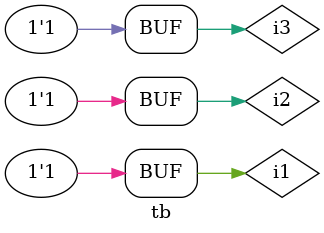
<source format=v>
`timescale 1ns / 1ps
module tb();
wire o1,o2,o3;
reg i1,i2,i3;
and_behav a1(o1,i2,i3);
and_dataflow a2(o2,i2,i3);
and_gate a3(o3,i2,i3);

initial
	$monitor("%t  i1=%d ,i2=%d ,i3=%d ,o1=%d ,o2=%d ,o3=%d",$time,i1,i2,i3,o1,o2,o3);

initial
begin
$display("TestBench Running");
	i1 = 0; i2 =0; i3=0;
#5 i1 = 0; i2 =0; i3=1;
#5 i1 = 0; i2 =1; i3=0;
#5 i1 = 0; i2 =1; i3=1;
#5 i1 = 1; i2 =0; i3=0;
#5 i1 = 1; i2 =0; i3=1;
#5 i1 = 1; i2 =1; i3=0;
#5 i1 = 1; i2 =1; i3=1;
end

endmodule

</source>
